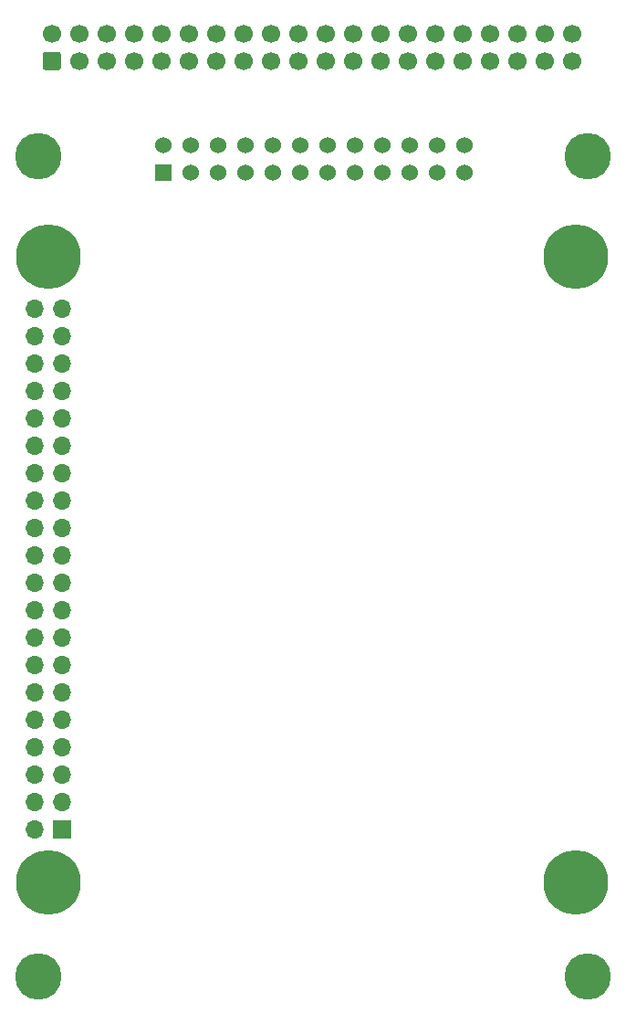
<source format=gbr>
G04 #@! TF.GenerationSoftware,KiCad,Pcbnew,(6.0.4)*
G04 #@! TF.CreationDate,2022-04-21T22:41:51-04:00*
G04 #@! TF.ProjectId,Input_Adapter,496e7075-745f-4416-9461-707465722e6b,v2*
G04 #@! TF.SameCoordinates,Original*
G04 #@! TF.FileFunction,Soldermask,Bot*
G04 #@! TF.FilePolarity,Negative*
%FSLAX46Y46*%
G04 Gerber Fmt 4.6, Leading zero omitted, Abs format (unit mm)*
G04 Created by KiCad (PCBNEW (6.0.4)) date 2022-04-21 22:41:51*
%MOMM*%
%LPD*%
G01*
G04 APERTURE LIST*
%ADD10C,6.000000*%
%ADD11R,1.700000X1.700000*%
%ADD12O,1.700000X1.700000*%
%ADD13C,4.300000*%
%ADD14R,1.530000X1.530000*%
%ADD15C,1.530000*%
%ADD16C,1.700000*%
G04 APERTURE END LIST*
D10*
G04 #@! TO.C,J1*
X153930000Y-121270000D03*
X153930000Y-63270000D03*
X104930000Y-121270000D03*
X104930000Y-63270000D03*
D11*
X106200000Y-116400000D03*
D12*
X103660000Y-116400000D03*
X106200000Y-113860000D03*
X103660000Y-113860000D03*
X106200000Y-111320000D03*
X103660000Y-111320000D03*
X106200000Y-108780000D03*
X103660000Y-108780000D03*
X106200000Y-106240000D03*
X103660000Y-106240000D03*
X106200000Y-103700000D03*
X103660000Y-103700000D03*
X106200000Y-101160000D03*
X103660000Y-101160000D03*
X106200000Y-98620000D03*
X103660000Y-98620000D03*
X106200000Y-96080000D03*
X103660000Y-96080000D03*
X106200000Y-93540000D03*
X103660000Y-93540000D03*
X106200000Y-91000000D03*
X103660000Y-91000000D03*
X106200000Y-88460000D03*
X103660000Y-88460000D03*
X106200000Y-85920000D03*
X103660000Y-85920000D03*
X106200000Y-83380000D03*
X103660000Y-83380000D03*
X106200000Y-80840000D03*
X103660000Y-80840000D03*
X106200000Y-78300000D03*
X103660000Y-78300000D03*
X106200000Y-75760000D03*
X103660000Y-75760000D03*
X106200000Y-73220000D03*
X103660000Y-73220000D03*
X106200000Y-70680000D03*
X103660000Y-70680000D03*
X106200000Y-68140000D03*
X103660000Y-68140000D03*
G04 #@! TD*
D13*
G04 #@! TO.C,H1*
X155000000Y-130000000D03*
G04 #@! TD*
D14*
G04 #@! TO.C,J2*
X115630000Y-55470000D03*
D15*
X115630000Y-52930000D03*
X118170000Y-55470000D03*
X118170000Y-52930000D03*
X120710000Y-55470000D03*
X120710000Y-52930000D03*
X123250000Y-55470000D03*
X123250000Y-52930000D03*
X125790000Y-55470000D03*
X125790000Y-52930000D03*
X128330000Y-55470000D03*
X128330000Y-52930000D03*
X130870000Y-55470000D03*
X130870000Y-52930000D03*
X133410000Y-55470000D03*
X133410000Y-52930000D03*
X135950000Y-55470000D03*
X135950000Y-52930000D03*
X138490000Y-55470000D03*
X138490000Y-52930000D03*
X141030000Y-55470000D03*
X141030000Y-52930000D03*
X143570000Y-55470000D03*
X143570000Y-52930000D03*
G04 #@! TD*
D13*
G04 #@! TO.C,H2*
X104000000Y-54000000D03*
G04 #@! TD*
G04 #@! TO.C,H3*
X155000000Y-54000000D03*
G04 #@! TD*
G04 #@! TO.C,J3*
G36*
G01*
X105870000Y-46002500D02*
X104670000Y-46002500D01*
G75*
G02*
X104420000Y-45752500I0J250000D01*
G01*
X104420000Y-44552500D01*
G75*
G02*
X104670000Y-44302500I250000J0D01*
G01*
X105870000Y-44302500D01*
G75*
G02*
X106120000Y-44552500I0J-250000D01*
G01*
X106120000Y-45752500D01*
G75*
G02*
X105870000Y-46002500I-250000J0D01*
G01*
G37*
D16*
X105270000Y-42612500D03*
X107810000Y-45152500D03*
X107810000Y-42612500D03*
X110350000Y-45152500D03*
X110350000Y-42612500D03*
X112890000Y-45152500D03*
X112890000Y-42612500D03*
X115430000Y-45152500D03*
X115430000Y-42612500D03*
X117970000Y-45152500D03*
X117970000Y-42612500D03*
X120510000Y-45152500D03*
X120510000Y-42612500D03*
X123050000Y-45152500D03*
X123050000Y-42612500D03*
X125590000Y-45152500D03*
X125590000Y-42612500D03*
X128130000Y-45152500D03*
X128130000Y-42612500D03*
X130670000Y-45152500D03*
X130670000Y-42612500D03*
X133210000Y-45152500D03*
X133210000Y-42612500D03*
X135750000Y-45152500D03*
X135750000Y-42612500D03*
X138290000Y-45152500D03*
X138290000Y-42612500D03*
X140830000Y-45152500D03*
X140830000Y-42612500D03*
X143370000Y-45152500D03*
X143370000Y-42612500D03*
X145910000Y-45152500D03*
X145910000Y-42612500D03*
X148450000Y-45152500D03*
X148450000Y-42612500D03*
X150990000Y-45152500D03*
X150990000Y-42612500D03*
X153530000Y-45152500D03*
X153530000Y-42612500D03*
G04 #@! TD*
D13*
G04 #@! TO.C,H4*
X104000000Y-130000000D03*
G04 #@! TD*
M02*

</source>
